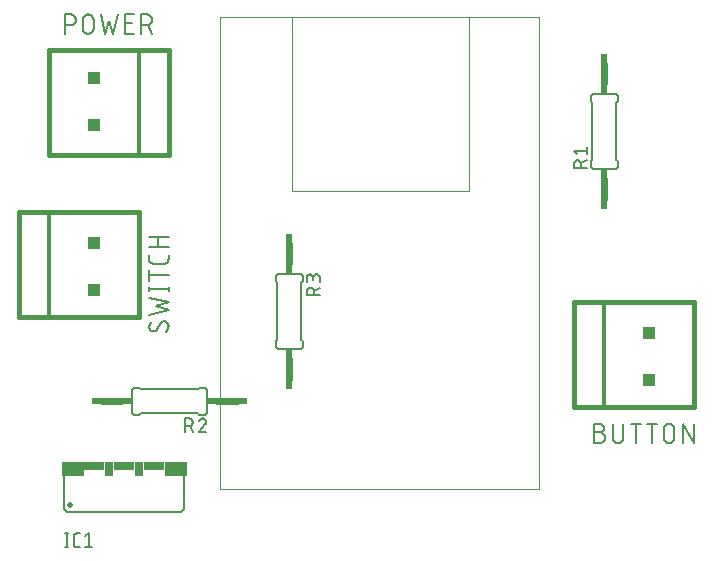
<source format=gbr>
G04 EAGLE Gerber RS-274X export*
G75*
%MOMM*%
%FSLAX34Y34*%
%LPD*%
%INSilkscreen Top*%
%IPPOS*%
%AMOC8*
5,1,8,0,0,1.08239X$1,22.5*%
G01*
%ADD10C,0.100000*%
%ADD11C,0.406400*%
%ADD12C,0.304800*%
%ADD13R,1.016000X1.016000*%
%ADD14C,0.152400*%
%ADD15C,0.508000*%
%ADD16R,1.906781X1.270419*%
%ADD17R,1.783309X0.763181*%
%ADD18R,0.764781X1.272141*%
%ADD19R,1.779569X0.763344*%
%ADD20R,0.761613X1.270559*%
%ADD21R,1.775409X0.763194*%
%ADD22R,1.900850X1.271541*%
%ADD23C,0.127000*%
%ADD24C,0.609600*%
%ADD25R,0.609600X0.863600*%
%ADD26R,0.863600X0.609600*%


D10*
X119000Y572900D02*
X389000Y572900D01*
X389000Y972900D01*
X119000Y972900D01*
X119000Y572900D01*
X179700Y825500D02*
X179700Y972900D01*
X329700Y972900D02*
X329700Y825500D01*
X179700Y825500D01*
D11*
X76200Y855980D02*
X50800Y855980D01*
X-25400Y855980D01*
X-25400Y944880D01*
X76200Y944880D02*
X76200Y855980D01*
D12*
X50800Y855980D02*
X50800Y944880D01*
D11*
X-25400Y944880D01*
X50800Y944880D02*
X76200Y944880D01*
D13*
X12700Y881888D03*
X12700Y921512D03*
D14*
X-11938Y958850D02*
X-11938Y975106D01*
X-7422Y975106D01*
X-7289Y975104D01*
X-7157Y975098D01*
X-7025Y975088D01*
X-6893Y975075D01*
X-6761Y975057D01*
X-6631Y975036D01*
X-6500Y975011D01*
X-6371Y974982D01*
X-6243Y974949D01*
X-6115Y974913D01*
X-5989Y974873D01*
X-5864Y974829D01*
X-5740Y974781D01*
X-5618Y974730D01*
X-5497Y974675D01*
X-5378Y974617D01*
X-5260Y974555D01*
X-5145Y974490D01*
X-5031Y974421D01*
X-4920Y974350D01*
X-4811Y974274D01*
X-4704Y974196D01*
X-4599Y974115D01*
X-4497Y974030D01*
X-4397Y973943D01*
X-4300Y973853D01*
X-4205Y973760D01*
X-4114Y973664D01*
X-4025Y973566D01*
X-3939Y973465D01*
X-3856Y973361D01*
X-3776Y973255D01*
X-3700Y973147D01*
X-3626Y973037D01*
X-3556Y972924D01*
X-3489Y972810D01*
X-3426Y972693D01*
X-3366Y972575D01*
X-3309Y972455D01*
X-3256Y972333D01*
X-3207Y972210D01*
X-3161Y972086D01*
X-3119Y971960D01*
X-3081Y971833D01*
X-3046Y971705D01*
X-3015Y971576D01*
X-2988Y971447D01*
X-2965Y971316D01*
X-2945Y971185D01*
X-2930Y971053D01*
X-2918Y970921D01*
X-2910Y970789D01*
X-2906Y970656D01*
X-2906Y970524D01*
X-2910Y970391D01*
X-2918Y970259D01*
X-2930Y970127D01*
X-2945Y969995D01*
X-2965Y969864D01*
X-2988Y969733D01*
X-3015Y969604D01*
X-3046Y969475D01*
X-3081Y969347D01*
X-3119Y969220D01*
X-3161Y969094D01*
X-3207Y968970D01*
X-3256Y968847D01*
X-3309Y968725D01*
X-3366Y968605D01*
X-3426Y968487D01*
X-3489Y968370D01*
X-3556Y968256D01*
X-3626Y968143D01*
X-3700Y968033D01*
X-3776Y967925D01*
X-3856Y967819D01*
X-3939Y967715D01*
X-4025Y967614D01*
X-4114Y967516D01*
X-4205Y967420D01*
X-4300Y967327D01*
X-4397Y967237D01*
X-4497Y967150D01*
X-4599Y967065D01*
X-4704Y966984D01*
X-4811Y966906D01*
X-4920Y966830D01*
X-5031Y966759D01*
X-5145Y966690D01*
X-5260Y966625D01*
X-5378Y966563D01*
X-5497Y966505D01*
X-5618Y966450D01*
X-5740Y966399D01*
X-5864Y966351D01*
X-5989Y966307D01*
X-6115Y966267D01*
X-6243Y966231D01*
X-6371Y966198D01*
X-6500Y966169D01*
X-6631Y966144D01*
X-6761Y966123D01*
X-6893Y966105D01*
X-7025Y966092D01*
X-7157Y966082D01*
X-7289Y966076D01*
X-7422Y966074D01*
X-7422Y966075D02*
X-11938Y966075D01*
X2961Y963366D02*
X2961Y970590D01*
X2963Y970723D01*
X2969Y970855D01*
X2979Y970987D01*
X2992Y971119D01*
X3010Y971251D01*
X3031Y971381D01*
X3056Y971512D01*
X3085Y971641D01*
X3118Y971769D01*
X3154Y971897D01*
X3194Y972023D01*
X3238Y972148D01*
X3286Y972272D01*
X3337Y972394D01*
X3392Y972515D01*
X3450Y972634D01*
X3512Y972752D01*
X3577Y972867D01*
X3646Y972981D01*
X3717Y973092D01*
X3793Y973201D01*
X3871Y973308D01*
X3952Y973413D01*
X4037Y973515D01*
X4124Y973615D01*
X4214Y973712D01*
X4307Y973807D01*
X4403Y973898D01*
X4501Y973987D01*
X4602Y974073D01*
X4706Y974156D01*
X4812Y974236D01*
X4920Y974312D01*
X5030Y974386D01*
X5143Y974456D01*
X5257Y974523D01*
X5374Y974586D01*
X5492Y974646D01*
X5612Y974703D01*
X5734Y974756D01*
X5857Y974805D01*
X5981Y974851D01*
X6107Y974893D01*
X6234Y974931D01*
X6362Y974966D01*
X6491Y974997D01*
X6620Y975024D01*
X6751Y975047D01*
X6882Y975067D01*
X7014Y975082D01*
X7146Y975094D01*
X7278Y975102D01*
X7411Y975106D01*
X7543Y975106D01*
X7676Y975102D01*
X7808Y975094D01*
X7940Y975082D01*
X8072Y975067D01*
X8203Y975047D01*
X8334Y975024D01*
X8463Y974997D01*
X8592Y974966D01*
X8720Y974931D01*
X8847Y974893D01*
X8973Y974851D01*
X9097Y974805D01*
X9220Y974756D01*
X9342Y974703D01*
X9462Y974646D01*
X9580Y974586D01*
X9697Y974523D01*
X9811Y974456D01*
X9924Y974386D01*
X10034Y974312D01*
X10142Y974236D01*
X10248Y974156D01*
X10352Y974073D01*
X10453Y973987D01*
X10551Y973898D01*
X10647Y973807D01*
X10740Y973712D01*
X10830Y973615D01*
X10917Y973515D01*
X11002Y973413D01*
X11083Y973308D01*
X11161Y973201D01*
X11237Y973092D01*
X11308Y972981D01*
X11377Y972867D01*
X11442Y972752D01*
X11504Y972634D01*
X11562Y972515D01*
X11617Y972394D01*
X11668Y972272D01*
X11716Y972148D01*
X11760Y972023D01*
X11800Y971897D01*
X11836Y971769D01*
X11869Y971641D01*
X11898Y971512D01*
X11923Y971381D01*
X11944Y971251D01*
X11962Y971119D01*
X11975Y970987D01*
X11985Y970855D01*
X11991Y970723D01*
X11993Y970590D01*
X11992Y970590D02*
X11992Y963366D01*
X11993Y963366D02*
X11991Y963233D01*
X11985Y963101D01*
X11975Y962969D01*
X11962Y962837D01*
X11944Y962705D01*
X11923Y962575D01*
X11898Y962444D01*
X11869Y962315D01*
X11836Y962187D01*
X11800Y962059D01*
X11760Y961933D01*
X11716Y961808D01*
X11668Y961684D01*
X11617Y961562D01*
X11562Y961441D01*
X11504Y961322D01*
X11442Y961204D01*
X11377Y961089D01*
X11308Y960975D01*
X11237Y960864D01*
X11161Y960755D01*
X11083Y960648D01*
X11002Y960543D01*
X10917Y960441D01*
X10830Y960341D01*
X10740Y960244D01*
X10647Y960149D01*
X10551Y960058D01*
X10453Y959969D01*
X10352Y959883D01*
X10248Y959800D01*
X10142Y959720D01*
X10034Y959644D01*
X9924Y959570D01*
X9811Y959500D01*
X9697Y959433D01*
X9580Y959370D01*
X9462Y959310D01*
X9342Y959253D01*
X9220Y959200D01*
X9097Y959151D01*
X8973Y959105D01*
X8847Y959063D01*
X8720Y959025D01*
X8592Y958990D01*
X8463Y958959D01*
X8334Y958932D01*
X8203Y958909D01*
X8072Y958889D01*
X7940Y958874D01*
X7808Y958862D01*
X7676Y958854D01*
X7543Y958850D01*
X7411Y958850D01*
X7278Y958854D01*
X7146Y958862D01*
X7014Y958874D01*
X6882Y958889D01*
X6751Y958909D01*
X6620Y958932D01*
X6491Y958959D01*
X6362Y958990D01*
X6234Y959025D01*
X6107Y959063D01*
X5981Y959105D01*
X5857Y959151D01*
X5734Y959200D01*
X5612Y959253D01*
X5492Y959310D01*
X5374Y959370D01*
X5257Y959433D01*
X5143Y959500D01*
X5030Y959570D01*
X4920Y959644D01*
X4812Y959720D01*
X4706Y959800D01*
X4602Y959883D01*
X4501Y959969D01*
X4403Y960058D01*
X4307Y960149D01*
X4214Y960244D01*
X4124Y960341D01*
X4037Y960441D01*
X3952Y960543D01*
X3871Y960648D01*
X3793Y960755D01*
X3717Y960864D01*
X3646Y960975D01*
X3577Y961089D01*
X3512Y961204D01*
X3450Y961322D01*
X3392Y961441D01*
X3337Y961562D01*
X3286Y961684D01*
X3238Y961808D01*
X3194Y961933D01*
X3154Y962059D01*
X3118Y962187D01*
X3085Y962315D01*
X3056Y962444D01*
X3031Y962575D01*
X3010Y962705D01*
X2992Y962837D01*
X2979Y962969D01*
X2969Y963101D01*
X2963Y963233D01*
X2961Y963366D01*
X17967Y975106D02*
X21580Y958850D01*
X25192Y969687D01*
X28805Y958850D01*
X32417Y975106D01*
X38943Y958850D02*
X46168Y958850D01*
X38943Y958850D02*
X38943Y975106D01*
X46168Y975106D01*
X44362Y967881D02*
X38943Y967881D01*
X52552Y975106D02*
X52552Y958850D01*
X52552Y975106D02*
X57067Y975106D01*
X57200Y975104D01*
X57332Y975098D01*
X57464Y975088D01*
X57596Y975075D01*
X57728Y975057D01*
X57858Y975036D01*
X57989Y975011D01*
X58118Y974982D01*
X58246Y974949D01*
X58374Y974913D01*
X58500Y974873D01*
X58625Y974829D01*
X58749Y974781D01*
X58871Y974730D01*
X58992Y974675D01*
X59111Y974617D01*
X59229Y974555D01*
X59344Y974490D01*
X59458Y974421D01*
X59569Y974350D01*
X59678Y974274D01*
X59785Y974196D01*
X59890Y974115D01*
X59992Y974030D01*
X60092Y973943D01*
X60189Y973853D01*
X60284Y973760D01*
X60375Y973664D01*
X60464Y973566D01*
X60550Y973465D01*
X60633Y973361D01*
X60713Y973255D01*
X60789Y973147D01*
X60863Y973037D01*
X60933Y972924D01*
X61000Y972810D01*
X61063Y972693D01*
X61123Y972575D01*
X61180Y972455D01*
X61233Y972333D01*
X61282Y972210D01*
X61328Y972086D01*
X61370Y971960D01*
X61408Y971833D01*
X61443Y971705D01*
X61474Y971576D01*
X61501Y971447D01*
X61524Y971316D01*
X61544Y971185D01*
X61559Y971053D01*
X61571Y970921D01*
X61579Y970789D01*
X61583Y970656D01*
X61583Y970524D01*
X61579Y970391D01*
X61571Y970259D01*
X61559Y970127D01*
X61544Y969995D01*
X61524Y969864D01*
X61501Y969733D01*
X61474Y969604D01*
X61443Y969475D01*
X61408Y969347D01*
X61370Y969220D01*
X61328Y969094D01*
X61282Y968970D01*
X61233Y968847D01*
X61180Y968725D01*
X61123Y968605D01*
X61063Y968487D01*
X61000Y968370D01*
X60933Y968256D01*
X60863Y968143D01*
X60789Y968033D01*
X60713Y967925D01*
X60633Y967819D01*
X60550Y967715D01*
X60464Y967614D01*
X60375Y967516D01*
X60284Y967420D01*
X60189Y967327D01*
X60092Y967237D01*
X59992Y967150D01*
X59890Y967065D01*
X59785Y966984D01*
X59678Y966906D01*
X59569Y966830D01*
X59458Y966759D01*
X59344Y966690D01*
X59229Y966625D01*
X59111Y966563D01*
X58992Y966505D01*
X58871Y966450D01*
X58749Y966399D01*
X58625Y966351D01*
X58500Y966307D01*
X58374Y966267D01*
X58246Y966231D01*
X58118Y966198D01*
X57989Y966169D01*
X57858Y966144D01*
X57728Y966123D01*
X57596Y966105D01*
X57464Y966092D01*
X57332Y966082D01*
X57200Y966076D01*
X57067Y966074D01*
X57067Y966075D02*
X52552Y966075D01*
X57970Y966075D02*
X61583Y958850D01*
D11*
X419100Y731520D02*
X444500Y731520D01*
X520700Y731520D01*
X520700Y642620D01*
X419100Y642620D02*
X419100Y731520D01*
D12*
X444500Y731520D02*
X444500Y642620D01*
D11*
X520700Y642620D01*
X444500Y642620D02*
X419100Y642620D01*
D13*
X482600Y705612D03*
X482600Y665988D03*
D14*
X440603Y621425D02*
X436088Y621425D01*
X440603Y621426D02*
X440736Y621424D01*
X440868Y621418D01*
X441000Y621408D01*
X441132Y621395D01*
X441264Y621377D01*
X441394Y621356D01*
X441525Y621331D01*
X441654Y621302D01*
X441782Y621269D01*
X441910Y621233D01*
X442036Y621193D01*
X442161Y621149D01*
X442285Y621101D01*
X442407Y621050D01*
X442528Y620995D01*
X442647Y620937D01*
X442765Y620875D01*
X442880Y620810D01*
X442994Y620741D01*
X443105Y620670D01*
X443214Y620594D01*
X443321Y620516D01*
X443426Y620435D01*
X443528Y620350D01*
X443628Y620263D01*
X443725Y620173D01*
X443820Y620080D01*
X443911Y619984D01*
X444000Y619886D01*
X444086Y619785D01*
X444169Y619681D01*
X444249Y619575D01*
X444325Y619467D01*
X444399Y619357D01*
X444469Y619244D01*
X444536Y619130D01*
X444599Y619013D01*
X444659Y618895D01*
X444716Y618775D01*
X444769Y618653D01*
X444818Y618530D01*
X444864Y618406D01*
X444906Y618280D01*
X444944Y618153D01*
X444979Y618025D01*
X445010Y617896D01*
X445037Y617767D01*
X445060Y617636D01*
X445080Y617505D01*
X445095Y617373D01*
X445107Y617241D01*
X445115Y617109D01*
X445119Y616976D01*
X445119Y616844D01*
X445115Y616711D01*
X445107Y616579D01*
X445095Y616447D01*
X445080Y616315D01*
X445060Y616184D01*
X445037Y616053D01*
X445010Y615924D01*
X444979Y615795D01*
X444944Y615667D01*
X444906Y615540D01*
X444864Y615414D01*
X444818Y615290D01*
X444769Y615167D01*
X444716Y615045D01*
X444659Y614925D01*
X444599Y614807D01*
X444536Y614690D01*
X444469Y614576D01*
X444399Y614463D01*
X444325Y614353D01*
X444249Y614245D01*
X444169Y614139D01*
X444086Y614035D01*
X444000Y613934D01*
X443911Y613836D01*
X443820Y613740D01*
X443725Y613647D01*
X443628Y613557D01*
X443528Y613470D01*
X443426Y613385D01*
X443321Y613304D01*
X443214Y613226D01*
X443105Y613150D01*
X442994Y613079D01*
X442880Y613010D01*
X442765Y612945D01*
X442647Y612883D01*
X442528Y612825D01*
X442407Y612770D01*
X442285Y612719D01*
X442161Y612671D01*
X442036Y612627D01*
X441910Y612587D01*
X441782Y612551D01*
X441654Y612518D01*
X441525Y612489D01*
X441394Y612464D01*
X441264Y612443D01*
X441132Y612425D01*
X441000Y612412D01*
X440868Y612402D01*
X440736Y612396D01*
X440603Y612394D01*
X436088Y612394D01*
X436088Y628650D01*
X440603Y628650D01*
X440722Y628648D01*
X440842Y628642D01*
X440961Y628632D01*
X441079Y628618D01*
X441198Y628601D01*
X441315Y628579D01*
X441432Y628554D01*
X441547Y628524D01*
X441662Y628491D01*
X441776Y628454D01*
X441888Y628414D01*
X441999Y628369D01*
X442108Y628321D01*
X442216Y628270D01*
X442322Y628215D01*
X442426Y628156D01*
X442528Y628094D01*
X442628Y628029D01*
X442726Y627960D01*
X442822Y627888D01*
X442915Y627813D01*
X443005Y627736D01*
X443093Y627655D01*
X443178Y627571D01*
X443260Y627484D01*
X443340Y627395D01*
X443416Y627303D01*
X443490Y627209D01*
X443560Y627112D01*
X443627Y627014D01*
X443691Y626913D01*
X443751Y626809D01*
X443808Y626704D01*
X443861Y626597D01*
X443911Y626489D01*
X443957Y626379D01*
X443999Y626267D01*
X444038Y626154D01*
X444073Y626040D01*
X444104Y625925D01*
X444132Y625808D01*
X444155Y625691D01*
X444175Y625574D01*
X444191Y625455D01*
X444203Y625336D01*
X444211Y625217D01*
X444215Y625098D01*
X444215Y624978D01*
X444211Y624859D01*
X444203Y624740D01*
X444191Y624621D01*
X444175Y624502D01*
X444155Y624385D01*
X444132Y624268D01*
X444104Y624151D01*
X444073Y624036D01*
X444038Y623922D01*
X443999Y623809D01*
X443957Y623697D01*
X443911Y623587D01*
X443861Y623479D01*
X443808Y623372D01*
X443751Y623267D01*
X443691Y623163D01*
X443627Y623062D01*
X443560Y622964D01*
X443490Y622867D01*
X443416Y622773D01*
X443340Y622681D01*
X443260Y622592D01*
X443178Y622505D01*
X443093Y622421D01*
X443005Y622340D01*
X442915Y622263D01*
X442822Y622188D01*
X442726Y622116D01*
X442628Y622047D01*
X442528Y621982D01*
X442426Y621920D01*
X442322Y621861D01*
X442216Y621806D01*
X442108Y621755D01*
X441999Y621707D01*
X441888Y621662D01*
X441776Y621622D01*
X441662Y621585D01*
X441547Y621552D01*
X441432Y621522D01*
X441315Y621497D01*
X441198Y621475D01*
X441079Y621458D01*
X440961Y621444D01*
X440842Y621434D01*
X440722Y621428D01*
X440603Y621426D01*
X451508Y616910D02*
X451508Y628650D01*
X451508Y616910D02*
X451510Y616777D01*
X451516Y616645D01*
X451526Y616513D01*
X451539Y616381D01*
X451557Y616249D01*
X451578Y616119D01*
X451603Y615988D01*
X451632Y615859D01*
X451665Y615731D01*
X451701Y615603D01*
X451741Y615477D01*
X451785Y615352D01*
X451833Y615228D01*
X451884Y615106D01*
X451939Y614985D01*
X451997Y614866D01*
X452059Y614748D01*
X452124Y614633D01*
X452193Y614519D01*
X452264Y614408D01*
X452340Y614299D01*
X452418Y614192D01*
X452499Y614087D01*
X452584Y613985D01*
X452671Y613885D01*
X452761Y613788D01*
X452854Y613693D01*
X452950Y613602D01*
X453048Y613513D01*
X453149Y613427D01*
X453253Y613344D01*
X453359Y613264D01*
X453467Y613188D01*
X453577Y613114D01*
X453690Y613044D01*
X453804Y612977D01*
X453921Y612914D01*
X454039Y612854D01*
X454159Y612797D01*
X454281Y612744D01*
X454404Y612695D01*
X454528Y612649D01*
X454654Y612607D01*
X454781Y612569D01*
X454909Y612534D01*
X455038Y612503D01*
X455167Y612476D01*
X455298Y612453D01*
X455429Y612433D01*
X455561Y612418D01*
X455693Y612406D01*
X455825Y612398D01*
X455958Y612394D01*
X456090Y612394D01*
X456223Y612398D01*
X456355Y612406D01*
X456487Y612418D01*
X456619Y612433D01*
X456750Y612453D01*
X456881Y612476D01*
X457010Y612503D01*
X457139Y612534D01*
X457267Y612569D01*
X457394Y612607D01*
X457520Y612649D01*
X457644Y612695D01*
X457767Y612744D01*
X457889Y612797D01*
X458009Y612854D01*
X458127Y612914D01*
X458244Y612977D01*
X458358Y613044D01*
X458471Y613114D01*
X458581Y613188D01*
X458689Y613264D01*
X458795Y613344D01*
X458899Y613427D01*
X459000Y613513D01*
X459098Y613602D01*
X459194Y613693D01*
X459287Y613788D01*
X459377Y613885D01*
X459464Y613985D01*
X459549Y614087D01*
X459630Y614192D01*
X459708Y614299D01*
X459784Y614408D01*
X459855Y614519D01*
X459924Y614633D01*
X459989Y614748D01*
X460051Y614866D01*
X460109Y614985D01*
X460164Y615106D01*
X460215Y615228D01*
X460263Y615352D01*
X460307Y615477D01*
X460347Y615603D01*
X460383Y615731D01*
X460416Y615859D01*
X460445Y615988D01*
X460470Y616119D01*
X460491Y616249D01*
X460509Y616381D01*
X460522Y616513D01*
X460532Y616645D01*
X460538Y616777D01*
X460540Y616910D01*
X460539Y616910D02*
X460539Y628650D01*
X471134Y628650D02*
X471134Y612394D01*
X466618Y628650D02*
X475649Y628650D01*
X484681Y628650D02*
X484681Y612394D01*
X480165Y628650D02*
X489197Y628650D01*
X494755Y624134D02*
X494755Y616910D01*
X494754Y624134D02*
X494756Y624267D01*
X494762Y624399D01*
X494772Y624531D01*
X494785Y624663D01*
X494803Y624795D01*
X494824Y624925D01*
X494849Y625056D01*
X494878Y625185D01*
X494911Y625313D01*
X494947Y625441D01*
X494987Y625567D01*
X495031Y625692D01*
X495079Y625816D01*
X495130Y625938D01*
X495185Y626059D01*
X495243Y626178D01*
X495305Y626296D01*
X495370Y626411D01*
X495439Y626525D01*
X495510Y626636D01*
X495586Y626745D01*
X495664Y626852D01*
X495745Y626957D01*
X495830Y627059D01*
X495917Y627159D01*
X496007Y627256D01*
X496100Y627351D01*
X496196Y627442D01*
X496294Y627531D01*
X496395Y627617D01*
X496499Y627700D01*
X496605Y627780D01*
X496713Y627856D01*
X496823Y627930D01*
X496936Y628000D01*
X497050Y628067D01*
X497167Y628130D01*
X497285Y628190D01*
X497405Y628247D01*
X497527Y628300D01*
X497650Y628349D01*
X497774Y628395D01*
X497900Y628437D01*
X498027Y628475D01*
X498155Y628510D01*
X498284Y628541D01*
X498413Y628568D01*
X498544Y628591D01*
X498675Y628611D01*
X498807Y628626D01*
X498939Y628638D01*
X499071Y628646D01*
X499204Y628650D01*
X499336Y628650D01*
X499469Y628646D01*
X499601Y628638D01*
X499733Y628626D01*
X499865Y628611D01*
X499996Y628591D01*
X500127Y628568D01*
X500256Y628541D01*
X500385Y628510D01*
X500513Y628475D01*
X500640Y628437D01*
X500766Y628395D01*
X500890Y628349D01*
X501013Y628300D01*
X501135Y628247D01*
X501255Y628190D01*
X501373Y628130D01*
X501490Y628067D01*
X501604Y628000D01*
X501717Y627930D01*
X501827Y627856D01*
X501935Y627780D01*
X502041Y627700D01*
X502145Y627617D01*
X502246Y627531D01*
X502344Y627442D01*
X502440Y627351D01*
X502533Y627256D01*
X502623Y627159D01*
X502710Y627059D01*
X502795Y626957D01*
X502876Y626852D01*
X502954Y626745D01*
X503030Y626636D01*
X503101Y626525D01*
X503170Y626411D01*
X503235Y626296D01*
X503297Y626178D01*
X503355Y626059D01*
X503410Y625938D01*
X503461Y625816D01*
X503509Y625692D01*
X503553Y625567D01*
X503593Y625441D01*
X503629Y625313D01*
X503662Y625185D01*
X503691Y625056D01*
X503716Y624925D01*
X503737Y624795D01*
X503755Y624663D01*
X503768Y624531D01*
X503778Y624399D01*
X503784Y624267D01*
X503786Y624134D01*
X503786Y616910D01*
X503784Y616777D01*
X503778Y616645D01*
X503768Y616513D01*
X503755Y616381D01*
X503737Y616249D01*
X503716Y616119D01*
X503691Y615988D01*
X503662Y615859D01*
X503629Y615731D01*
X503593Y615603D01*
X503553Y615477D01*
X503509Y615352D01*
X503461Y615228D01*
X503410Y615106D01*
X503355Y614985D01*
X503297Y614866D01*
X503235Y614748D01*
X503170Y614633D01*
X503101Y614519D01*
X503030Y614408D01*
X502954Y614299D01*
X502876Y614192D01*
X502795Y614087D01*
X502710Y613985D01*
X502623Y613885D01*
X502533Y613788D01*
X502440Y613693D01*
X502344Y613602D01*
X502246Y613513D01*
X502145Y613427D01*
X502041Y613344D01*
X501935Y613264D01*
X501827Y613188D01*
X501717Y613114D01*
X501604Y613044D01*
X501490Y612977D01*
X501373Y612914D01*
X501255Y612854D01*
X501135Y612797D01*
X501013Y612744D01*
X500890Y612695D01*
X500766Y612649D01*
X500640Y612607D01*
X500513Y612569D01*
X500385Y612534D01*
X500256Y612503D01*
X500127Y612476D01*
X499996Y612453D01*
X499865Y612433D01*
X499733Y612418D01*
X499601Y612406D01*
X499469Y612398D01*
X499336Y612394D01*
X499204Y612394D01*
X499071Y612398D01*
X498939Y612406D01*
X498807Y612418D01*
X498675Y612433D01*
X498544Y612453D01*
X498413Y612476D01*
X498284Y612503D01*
X498155Y612534D01*
X498027Y612569D01*
X497900Y612607D01*
X497774Y612649D01*
X497650Y612695D01*
X497527Y612744D01*
X497405Y612797D01*
X497285Y612854D01*
X497167Y612914D01*
X497050Y612977D01*
X496936Y613044D01*
X496823Y613114D01*
X496713Y613188D01*
X496605Y613264D01*
X496499Y613344D01*
X496395Y613427D01*
X496294Y613513D01*
X496196Y613602D01*
X496100Y613693D01*
X496007Y613788D01*
X495917Y613885D01*
X495830Y613985D01*
X495745Y614087D01*
X495664Y614192D01*
X495586Y614299D01*
X495510Y614408D01*
X495439Y614519D01*
X495370Y614633D01*
X495305Y614748D01*
X495243Y614866D01*
X495185Y614985D01*
X495130Y615106D01*
X495079Y615228D01*
X495031Y615352D01*
X494987Y615477D01*
X494947Y615603D01*
X494911Y615731D01*
X494878Y615859D01*
X494849Y615988D01*
X494824Y616119D01*
X494803Y616249D01*
X494785Y616381D01*
X494772Y616513D01*
X494762Y616645D01*
X494756Y616777D01*
X494754Y616910D01*
X510907Y612394D02*
X510907Y628650D01*
X519938Y612394D01*
X519938Y628650D01*
X88900Y556260D02*
X86360Y553720D01*
X-10160Y553720D01*
X-12700Y556260D01*
X88900Y556260D02*
X88900Y585470D01*
X-12700Y585470D02*
X-12700Y556260D01*
D15*
X-8128Y559816D03*
D16*
X-5724Y590548D03*
D17*
X12673Y593084D03*
D18*
X25386Y590539D03*
D19*
X38092Y593083D03*
D20*
X50802Y590547D03*
D21*
X63513Y593084D03*
D22*
X81936Y590542D03*
D23*
X-10888Y535723D02*
X-10888Y524269D01*
X-12161Y524269D02*
X-9615Y524269D01*
X-9615Y535723D02*
X-12161Y535723D01*
X-2400Y524269D02*
X145Y524269D01*
X-2400Y524270D02*
X-2500Y524272D01*
X-2600Y524278D01*
X-2699Y524288D01*
X-2798Y524301D01*
X-2897Y524319D01*
X-2994Y524340D01*
X-3091Y524366D01*
X-3186Y524395D01*
X-3281Y524427D01*
X-3374Y524464D01*
X-3465Y524504D01*
X-3555Y524547D01*
X-3644Y524594D01*
X-3730Y524645D01*
X-3814Y524699D01*
X-3896Y524756D01*
X-3976Y524816D01*
X-4053Y524880D01*
X-4128Y524946D01*
X-4200Y525015D01*
X-4269Y525087D01*
X-4335Y525162D01*
X-4399Y525239D01*
X-4459Y525319D01*
X-4516Y525401D01*
X-4570Y525485D01*
X-4621Y525571D01*
X-4668Y525660D01*
X-4711Y525750D01*
X-4751Y525841D01*
X-4788Y525934D01*
X-4820Y526029D01*
X-4849Y526124D01*
X-4875Y526221D01*
X-4896Y526318D01*
X-4914Y526417D01*
X-4927Y526516D01*
X-4937Y526615D01*
X-4943Y526715D01*
X-4945Y526815D01*
X-4946Y526815D02*
X-4946Y533178D01*
X-4945Y533178D02*
X-4943Y533278D01*
X-4937Y533378D01*
X-4927Y533477D01*
X-4914Y533576D01*
X-4896Y533675D01*
X-4875Y533772D01*
X-4849Y533869D01*
X-4820Y533964D01*
X-4788Y534059D01*
X-4751Y534152D01*
X-4711Y534243D01*
X-4668Y534333D01*
X-4621Y534422D01*
X-4570Y534508D01*
X-4516Y534592D01*
X-4459Y534674D01*
X-4399Y534754D01*
X-4335Y534831D01*
X-4269Y534906D01*
X-4200Y534978D01*
X-4128Y535047D01*
X-4053Y535113D01*
X-3976Y535177D01*
X-3896Y535237D01*
X-3814Y535294D01*
X-3730Y535348D01*
X-3644Y535399D01*
X-3555Y535446D01*
X-3465Y535489D01*
X-3374Y535529D01*
X-3281Y535566D01*
X-3186Y535598D01*
X-3091Y535627D01*
X-2994Y535653D01*
X-2897Y535674D01*
X-2798Y535692D01*
X-2699Y535705D01*
X-2600Y535715D01*
X-2500Y535721D01*
X-2400Y535723D01*
X145Y535723D01*
X4635Y533178D02*
X7816Y535723D01*
X7816Y524269D01*
X4635Y524269D02*
X10998Y524269D01*
D11*
X-25400Y807720D02*
X-50800Y807720D01*
X-25400Y807720D02*
X50800Y807720D01*
X50800Y718820D01*
X-50800Y718820D02*
X-50800Y807720D01*
D12*
X-25400Y807720D02*
X-25400Y718820D01*
D11*
X50800Y718820D01*
X-25400Y718820D02*
X-50800Y718820D01*
D13*
X12700Y781812D03*
X12700Y742188D03*
D14*
X71826Y715405D02*
X71944Y715403D01*
X72062Y715397D01*
X72180Y715388D01*
X72297Y715374D01*
X72414Y715357D01*
X72531Y715336D01*
X72646Y715311D01*
X72761Y715282D01*
X72875Y715249D01*
X72987Y715213D01*
X73098Y715173D01*
X73208Y715130D01*
X73317Y715083D01*
X73424Y715033D01*
X73529Y714978D01*
X73632Y714921D01*
X73733Y714860D01*
X73833Y714796D01*
X73930Y714729D01*
X74025Y714659D01*
X74117Y714585D01*
X74208Y714509D01*
X74295Y714429D01*
X74380Y714347D01*
X74462Y714262D01*
X74542Y714175D01*
X74618Y714084D01*
X74692Y713992D01*
X74762Y713897D01*
X74829Y713800D01*
X74893Y713700D01*
X74954Y713599D01*
X75011Y713496D01*
X75066Y713391D01*
X75116Y713284D01*
X75163Y713175D01*
X75206Y713065D01*
X75246Y712954D01*
X75282Y712842D01*
X75315Y712728D01*
X75344Y712613D01*
X75369Y712498D01*
X75390Y712381D01*
X75407Y712264D01*
X75421Y712147D01*
X75430Y712029D01*
X75436Y711911D01*
X75438Y711793D01*
X75436Y711610D01*
X75429Y711428D01*
X75418Y711246D01*
X75403Y711064D01*
X75383Y710882D01*
X75360Y710701D01*
X75331Y710521D01*
X75299Y710341D01*
X75262Y710162D01*
X75221Y709985D01*
X75175Y709808D01*
X75126Y709632D01*
X75072Y709458D01*
X75014Y709284D01*
X74952Y709113D01*
X74886Y708943D01*
X74815Y708774D01*
X74741Y708607D01*
X74663Y708442D01*
X74581Y708279D01*
X74495Y708118D01*
X74405Y707959D01*
X74311Y707802D01*
X74214Y707648D01*
X74113Y707496D01*
X74008Y707346D01*
X73900Y707199D01*
X73789Y707055D01*
X73674Y706913D01*
X73555Y706774D01*
X73433Y706638D01*
X73308Y706505D01*
X73180Y706375D01*
X62794Y706826D02*
X62676Y706828D01*
X62558Y706834D01*
X62440Y706843D01*
X62323Y706857D01*
X62206Y706874D01*
X62089Y706895D01*
X61974Y706920D01*
X61859Y706949D01*
X61745Y706982D01*
X61633Y707018D01*
X61522Y707058D01*
X61412Y707101D01*
X61303Y707148D01*
X61196Y707198D01*
X61091Y707253D01*
X60988Y707310D01*
X60887Y707371D01*
X60787Y707435D01*
X60690Y707502D01*
X60595Y707572D01*
X60503Y707646D01*
X60412Y707722D01*
X60325Y707802D01*
X60240Y707884D01*
X60158Y707969D01*
X60078Y708056D01*
X60002Y708147D01*
X59928Y708239D01*
X59858Y708334D01*
X59791Y708431D01*
X59727Y708531D01*
X59666Y708632D01*
X59609Y708735D01*
X59554Y708840D01*
X59504Y708947D01*
X59457Y709056D01*
X59414Y709166D01*
X59374Y709277D01*
X59338Y709389D01*
X59305Y709503D01*
X59276Y709618D01*
X59251Y709733D01*
X59230Y709850D01*
X59213Y709967D01*
X59199Y710084D01*
X59190Y710202D01*
X59184Y710320D01*
X59182Y710438D01*
X59184Y710599D01*
X59190Y710761D01*
X59199Y710922D01*
X59213Y711083D01*
X59230Y711243D01*
X59251Y711403D01*
X59276Y711563D01*
X59305Y711722D01*
X59337Y711880D01*
X59373Y712037D01*
X59413Y712193D01*
X59457Y712349D01*
X59505Y712503D01*
X59556Y712656D01*
X59610Y712808D01*
X59669Y712959D01*
X59730Y713108D01*
X59796Y713255D01*
X59865Y713401D01*
X59937Y713546D01*
X60013Y713688D01*
X60092Y713829D01*
X60174Y713968D01*
X60260Y714104D01*
X60349Y714239D01*
X60441Y714372D01*
X60537Y714502D01*
X65955Y708631D02*
X65893Y708530D01*
X65828Y708430D01*
X65759Y708333D01*
X65687Y708238D01*
X65613Y708145D01*
X65535Y708055D01*
X65454Y707967D01*
X65371Y707882D01*
X65285Y707800D01*
X65196Y707721D01*
X65105Y707644D01*
X65011Y707571D01*
X64915Y707500D01*
X64817Y707433D01*
X64717Y707369D01*
X64614Y707308D01*
X64510Y707251D01*
X64404Y707197D01*
X64296Y707147D01*
X64187Y707100D01*
X64076Y707056D01*
X63964Y707016D01*
X63850Y706980D01*
X63736Y706948D01*
X63620Y706919D01*
X63504Y706894D01*
X63387Y706873D01*
X63269Y706856D01*
X63151Y706842D01*
X63032Y706833D01*
X62913Y706827D01*
X62794Y706825D01*
X68665Y713599D02*
X68727Y713700D01*
X68792Y713800D01*
X68861Y713897D01*
X68933Y713992D01*
X69007Y714085D01*
X69085Y714175D01*
X69166Y714263D01*
X69249Y714348D01*
X69335Y714430D01*
X69424Y714509D01*
X69515Y714586D01*
X69609Y714659D01*
X69705Y714730D01*
X69803Y714797D01*
X69903Y714861D01*
X70006Y714922D01*
X70110Y714979D01*
X70216Y715033D01*
X70324Y715083D01*
X70433Y715130D01*
X70544Y715174D01*
X70656Y715214D01*
X70770Y715250D01*
X70884Y715282D01*
X71000Y715311D01*
X71116Y715336D01*
X71233Y715357D01*
X71351Y715374D01*
X71469Y715388D01*
X71588Y715397D01*
X71707Y715403D01*
X71826Y715405D01*
X68665Y713599D02*
X65955Y708632D01*
X59182Y720859D02*
X75438Y724471D01*
X64601Y728084D01*
X75438Y731696D01*
X59182Y735309D01*
X59182Y742673D02*
X75438Y742673D01*
X75438Y740867D02*
X75438Y744479D01*
X59182Y744479D02*
X59182Y740867D01*
X59182Y754136D02*
X75438Y754136D01*
X59182Y749620D02*
X59182Y758651D01*
X75438Y767782D02*
X75438Y771395D01*
X75438Y767782D02*
X75436Y767664D01*
X75430Y767546D01*
X75421Y767428D01*
X75407Y767311D01*
X75390Y767194D01*
X75369Y767077D01*
X75344Y766962D01*
X75315Y766847D01*
X75282Y766733D01*
X75246Y766621D01*
X75206Y766510D01*
X75163Y766400D01*
X75116Y766291D01*
X75066Y766184D01*
X75011Y766079D01*
X74954Y765976D01*
X74893Y765875D01*
X74829Y765775D01*
X74762Y765678D01*
X74692Y765583D01*
X74618Y765491D01*
X74542Y765400D01*
X74462Y765313D01*
X74380Y765228D01*
X74295Y765146D01*
X74208Y765066D01*
X74117Y764990D01*
X74025Y764916D01*
X73930Y764846D01*
X73833Y764779D01*
X73733Y764715D01*
X73632Y764654D01*
X73529Y764597D01*
X73424Y764542D01*
X73317Y764492D01*
X73208Y764445D01*
X73098Y764402D01*
X72987Y764362D01*
X72875Y764326D01*
X72761Y764293D01*
X72646Y764264D01*
X72531Y764239D01*
X72414Y764218D01*
X72297Y764201D01*
X72180Y764187D01*
X72062Y764178D01*
X71944Y764172D01*
X71826Y764170D01*
X62794Y764170D01*
X62676Y764172D01*
X62558Y764178D01*
X62440Y764187D01*
X62322Y764201D01*
X62205Y764218D01*
X62089Y764239D01*
X61974Y764264D01*
X61859Y764293D01*
X61745Y764326D01*
X61633Y764362D01*
X61521Y764402D01*
X61411Y764445D01*
X61303Y764492D01*
X61196Y764543D01*
X61091Y764597D01*
X60988Y764654D01*
X60886Y764715D01*
X60787Y764779D01*
X60690Y764846D01*
X60595Y764917D01*
X60502Y764990D01*
X60412Y765067D01*
X60324Y765146D01*
X60239Y765228D01*
X60157Y765313D01*
X60078Y765401D01*
X60001Y765491D01*
X59928Y765584D01*
X59857Y765678D01*
X59790Y765776D01*
X59726Y765875D01*
X59665Y765976D01*
X59608Y766080D01*
X59554Y766185D01*
X59503Y766292D01*
X59456Y766400D01*
X59413Y766510D01*
X59373Y766622D01*
X59337Y766734D01*
X59304Y766848D01*
X59275Y766963D01*
X59250Y767078D01*
X59229Y767194D01*
X59212Y767311D01*
X59198Y767429D01*
X59189Y767547D01*
X59183Y767665D01*
X59181Y767783D01*
X59182Y767782D02*
X59182Y771395D01*
X59182Y777757D02*
X75438Y777757D01*
X66407Y777757D02*
X66407Y786788D01*
X59182Y786788D02*
X75438Y786788D01*
X433070Y847090D02*
X433072Y846990D01*
X433078Y846891D01*
X433088Y846791D01*
X433101Y846693D01*
X433119Y846594D01*
X433140Y846497D01*
X433165Y846401D01*
X433194Y846305D01*
X433227Y846211D01*
X433263Y846118D01*
X433303Y846027D01*
X433347Y845937D01*
X433394Y845849D01*
X433444Y845763D01*
X433498Y845679D01*
X433555Y845597D01*
X433615Y845518D01*
X433679Y845440D01*
X433745Y845366D01*
X433814Y845294D01*
X433886Y845225D01*
X433960Y845159D01*
X434038Y845095D01*
X434117Y845035D01*
X434199Y844978D01*
X434283Y844924D01*
X434369Y844874D01*
X434457Y844827D01*
X434547Y844783D01*
X434638Y844743D01*
X434731Y844707D01*
X434825Y844674D01*
X434921Y844645D01*
X435017Y844620D01*
X435114Y844599D01*
X435213Y844581D01*
X435311Y844568D01*
X435411Y844558D01*
X435510Y844552D01*
X435610Y844550D01*
X453390Y844550D02*
X453490Y844552D01*
X453589Y844558D01*
X453689Y844568D01*
X453787Y844581D01*
X453886Y844599D01*
X453983Y844620D01*
X454079Y844645D01*
X454175Y844674D01*
X454269Y844707D01*
X454362Y844743D01*
X454453Y844783D01*
X454543Y844827D01*
X454631Y844874D01*
X454717Y844924D01*
X454801Y844978D01*
X454883Y845035D01*
X454962Y845095D01*
X455040Y845159D01*
X455114Y845225D01*
X455186Y845294D01*
X455255Y845366D01*
X455321Y845440D01*
X455385Y845518D01*
X455445Y845597D01*
X455502Y845679D01*
X455556Y845763D01*
X455606Y845849D01*
X455653Y845937D01*
X455697Y846027D01*
X455737Y846118D01*
X455773Y846211D01*
X455806Y846305D01*
X455835Y846401D01*
X455860Y846497D01*
X455881Y846594D01*
X455899Y846693D01*
X455912Y846791D01*
X455922Y846891D01*
X455928Y846990D01*
X455930Y847090D01*
X455930Y905510D02*
X455928Y905610D01*
X455922Y905709D01*
X455912Y905809D01*
X455899Y905907D01*
X455881Y906006D01*
X455860Y906103D01*
X455835Y906199D01*
X455806Y906295D01*
X455773Y906389D01*
X455737Y906482D01*
X455697Y906573D01*
X455653Y906663D01*
X455606Y906751D01*
X455556Y906837D01*
X455502Y906921D01*
X455445Y907003D01*
X455385Y907082D01*
X455321Y907160D01*
X455255Y907234D01*
X455186Y907306D01*
X455114Y907375D01*
X455040Y907441D01*
X454962Y907505D01*
X454883Y907565D01*
X454801Y907622D01*
X454717Y907676D01*
X454631Y907726D01*
X454543Y907773D01*
X454453Y907817D01*
X454362Y907857D01*
X454269Y907893D01*
X454175Y907926D01*
X454079Y907955D01*
X453983Y907980D01*
X453886Y908001D01*
X453787Y908019D01*
X453689Y908032D01*
X453589Y908042D01*
X453490Y908048D01*
X453390Y908050D01*
X435610Y908050D02*
X435510Y908048D01*
X435411Y908042D01*
X435311Y908032D01*
X435213Y908019D01*
X435114Y908001D01*
X435017Y907980D01*
X434921Y907955D01*
X434825Y907926D01*
X434731Y907893D01*
X434638Y907857D01*
X434547Y907817D01*
X434457Y907773D01*
X434369Y907726D01*
X434283Y907676D01*
X434199Y907622D01*
X434117Y907565D01*
X434038Y907505D01*
X433960Y907441D01*
X433886Y907375D01*
X433814Y907306D01*
X433745Y907234D01*
X433679Y907160D01*
X433615Y907082D01*
X433555Y907003D01*
X433498Y906921D01*
X433444Y906837D01*
X433394Y906751D01*
X433347Y906663D01*
X433303Y906573D01*
X433263Y906482D01*
X433227Y906389D01*
X433194Y906295D01*
X433165Y906199D01*
X433140Y906103D01*
X433119Y906006D01*
X433101Y905907D01*
X433088Y905809D01*
X433078Y905709D01*
X433072Y905610D01*
X433070Y905510D01*
X435610Y844550D02*
X453390Y844550D01*
X433070Y847090D02*
X433070Y850900D01*
X434340Y852170D01*
X455930Y850900D02*
X455930Y847090D01*
X455930Y850900D02*
X454660Y852170D01*
X434340Y900430D02*
X433070Y901700D01*
X434340Y900430D02*
X434340Y852170D01*
X454660Y900430D02*
X455930Y901700D01*
X454660Y900430D02*
X454660Y852170D01*
X433070Y901700D02*
X433070Y905510D01*
X455930Y905510D02*
X455930Y901700D01*
X453390Y908050D02*
X435610Y908050D01*
D24*
X444500Y916940D02*
X444500Y933450D01*
X444500Y835660D02*
X444500Y819150D01*
D25*
X444500Y912368D03*
X444500Y840232D03*
X444500Y937768D03*
X444500Y814832D03*
D23*
X429895Y845185D02*
X418465Y845185D01*
X418465Y848360D01*
X418467Y848471D01*
X418473Y848581D01*
X418482Y848692D01*
X418496Y848802D01*
X418513Y848911D01*
X418534Y849020D01*
X418559Y849128D01*
X418588Y849235D01*
X418620Y849341D01*
X418656Y849446D01*
X418696Y849549D01*
X418739Y849651D01*
X418786Y849752D01*
X418837Y849851D01*
X418890Y849948D01*
X418947Y850042D01*
X419008Y850135D01*
X419071Y850226D01*
X419138Y850315D01*
X419208Y850401D01*
X419281Y850484D01*
X419356Y850566D01*
X419434Y850644D01*
X419516Y850719D01*
X419599Y850792D01*
X419685Y850862D01*
X419774Y850929D01*
X419865Y850992D01*
X419958Y851053D01*
X420053Y851110D01*
X420149Y851163D01*
X420248Y851214D01*
X420349Y851261D01*
X420451Y851304D01*
X420554Y851344D01*
X420659Y851380D01*
X420765Y851412D01*
X420872Y851441D01*
X420980Y851466D01*
X421089Y851487D01*
X421198Y851504D01*
X421308Y851518D01*
X421419Y851527D01*
X421529Y851533D01*
X421640Y851535D01*
X421751Y851533D01*
X421861Y851527D01*
X421972Y851518D01*
X422082Y851504D01*
X422191Y851487D01*
X422300Y851466D01*
X422408Y851441D01*
X422515Y851412D01*
X422621Y851380D01*
X422726Y851344D01*
X422829Y851304D01*
X422931Y851261D01*
X423032Y851214D01*
X423131Y851163D01*
X423228Y851110D01*
X423322Y851053D01*
X423415Y850992D01*
X423506Y850929D01*
X423595Y850862D01*
X423681Y850792D01*
X423764Y850719D01*
X423846Y850644D01*
X423924Y850566D01*
X423999Y850484D01*
X424072Y850401D01*
X424142Y850315D01*
X424209Y850226D01*
X424272Y850135D01*
X424333Y850042D01*
X424390Y849948D01*
X424443Y849851D01*
X424494Y849752D01*
X424541Y849651D01*
X424584Y849549D01*
X424624Y849446D01*
X424660Y849341D01*
X424692Y849235D01*
X424721Y849128D01*
X424746Y849020D01*
X424767Y848911D01*
X424784Y848802D01*
X424798Y848692D01*
X424807Y848581D01*
X424813Y848471D01*
X424815Y848360D01*
X424815Y845185D01*
X424815Y848995D02*
X429895Y851535D01*
X421005Y856532D02*
X418465Y859707D01*
X429895Y859707D01*
X429895Y856532D02*
X429895Y862882D01*
D14*
X107950Y638810D02*
X107948Y638710D01*
X107942Y638611D01*
X107932Y638511D01*
X107919Y638413D01*
X107901Y638314D01*
X107880Y638217D01*
X107855Y638121D01*
X107826Y638025D01*
X107793Y637931D01*
X107757Y637838D01*
X107717Y637747D01*
X107673Y637657D01*
X107626Y637569D01*
X107576Y637483D01*
X107522Y637399D01*
X107465Y637317D01*
X107405Y637238D01*
X107341Y637160D01*
X107275Y637086D01*
X107206Y637014D01*
X107134Y636945D01*
X107060Y636879D01*
X106982Y636815D01*
X106903Y636755D01*
X106821Y636698D01*
X106737Y636644D01*
X106651Y636594D01*
X106563Y636547D01*
X106473Y636503D01*
X106382Y636463D01*
X106289Y636427D01*
X106195Y636394D01*
X106099Y636365D01*
X106003Y636340D01*
X105906Y636319D01*
X105807Y636301D01*
X105709Y636288D01*
X105609Y636278D01*
X105510Y636272D01*
X105410Y636270D01*
X107950Y656590D02*
X107948Y656690D01*
X107942Y656789D01*
X107932Y656889D01*
X107919Y656987D01*
X107901Y657086D01*
X107880Y657183D01*
X107855Y657279D01*
X107826Y657375D01*
X107793Y657469D01*
X107757Y657562D01*
X107717Y657653D01*
X107673Y657743D01*
X107626Y657831D01*
X107576Y657917D01*
X107522Y658001D01*
X107465Y658083D01*
X107405Y658162D01*
X107341Y658240D01*
X107275Y658314D01*
X107206Y658386D01*
X107134Y658455D01*
X107060Y658521D01*
X106982Y658585D01*
X106903Y658645D01*
X106821Y658702D01*
X106737Y658756D01*
X106651Y658806D01*
X106563Y658853D01*
X106473Y658897D01*
X106382Y658937D01*
X106289Y658973D01*
X106195Y659006D01*
X106099Y659035D01*
X106003Y659060D01*
X105906Y659081D01*
X105807Y659099D01*
X105709Y659112D01*
X105609Y659122D01*
X105510Y659128D01*
X105410Y659130D01*
X46990Y659130D02*
X46890Y659128D01*
X46791Y659122D01*
X46691Y659112D01*
X46593Y659099D01*
X46494Y659081D01*
X46397Y659060D01*
X46301Y659035D01*
X46205Y659006D01*
X46111Y658973D01*
X46018Y658937D01*
X45927Y658897D01*
X45837Y658853D01*
X45749Y658806D01*
X45663Y658756D01*
X45579Y658702D01*
X45497Y658645D01*
X45418Y658585D01*
X45340Y658521D01*
X45266Y658455D01*
X45194Y658386D01*
X45125Y658314D01*
X45059Y658240D01*
X44995Y658162D01*
X44935Y658083D01*
X44878Y658001D01*
X44824Y657917D01*
X44774Y657831D01*
X44727Y657743D01*
X44683Y657653D01*
X44643Y657562D01*
X44607Y657469D01*
X44574Y657375D01*
X44545Y657279D01*
X44520Y657183D01*
X44499Y657086D01*
X44481Y656987D01*
X44468Y656889D01*
X44458Y656789D01*
X44452Y656690D01*
X44450Y656590D01*
X44450Y638810D02*
X44452Y638710D01*
X44458Y638611D01*
X44468Y638511D01*
X44481Y638413D01*
X44499Y638314D01*
X44520Y638217D01*
X44545Y638121D01*
X44574Y638025D01*
X44607Y637931D01*
X44643Y637838D01*
X44683Y637747D01*
X44727Y637657D01*
X44774Y637569D01*
X44824Y637483D01*
X44878Y637399D01*
X44935Y637317D01*
X44995Y637238D01*
X45059Y637160D01*
X45125Y637086D01*
X45194Y637014D01*
X45266Y636945D01*
X45340Y636879D01*
X45418Y636815D01*
X45497Y636755D01*
X45579Y636698D01*
X45663Y636644D01*
X45749Y636594D01*
X45837Y636547D01*
X45927Y636503D01*
X46018Y636463D01*
X46111Y636427D01*
X46205Y636394D01*
X46301Y636365D01*
X46397Y636340D01*
X46494Y636319D01*
X46593Y636301D01*
X46691Y636288D01*
X46791Y636278D01*
X46890Y636272D01*
X46990Y636270D01*
X107950Y638810D02*
X107950Y656590D01*
X105410Y636270D02*
X101600Y636270D01*
X100330Y637540D01*
X101600Y659130D02*
X105410Y659130D01*
X101600Y659130D02*
X100330Y657860D01*
X52070Y637540D02*
X50800Y636270D01*
X52070Y637540D02*
X100330Y637540D01*
X52070Y657860D02*
X50800Y659130D01*
X52070Y657860D02*
X100330Y657860D01*
X50800Y636270D02*
X46990Y636270D01*
X46990Y659130D02*
X50800Y659130D01*
X44450Y656590D02*
X44450Y638810D01*
D24*
X35560Y647700D02*
X19050Y647700D01*
X116840Y647700D02*
X133350Y647700D01*
D26*
X40132Y647700D03*
X112268Y647700D03*
X14732Y647700D03*
X137668Y647700D03*
D23*
X89618Y633095D02*
X89618Y621665D01*
X89618Y633095D02*
X92793Y633095D01*
X92904Y633093D01*
X93014Y633087D01*
X93125Y633078D01*
X93235Y633064D01*
X93344Y633047D01*
X93453Y633026D01*
X93561Y633001D01*
X93668Y632972D01*
X93774Y632940D01*
X93879Y632904D01*
X93982Y632864D01*
X94084Y632821D01*
X94185Y632774D01*
X94284Y632723D01*
X94381Y632670D01*
X94475Y632613D01*
X94568Y632552D01*
X94659Y632489D01*
X94748Y632422D01*
X94834Y632352D01*
X94917Y632279D01*
X94999Y632204D01*
X95077Y632126D01*
X95152Y632044D01*
X95225Y631961D01*
X95295Y631875D01*
X95362Y631786D01*
X95425Y631695D01*
X95486Y631602D01*
X95543Y631507D01*
X95596Y631411D01*
X95647Y631312D01*
X95694Y631211D01*
X95737Y631109D01*
X95777Y631006D01*
X95813Y630901D01*
X95845Y630795D01*
X95874Y630688D01*
X95899Y630580D01*
X95920Y630471D01*
X95937Y630362D01*
X95951Y630252D01*
X95960Y630141D01*
X95966Y630031D01*
X95968Y629920D01*
X95966Y629809D01*
X95960Y629699D01*
X95951Y629588D01*
X95937Y629478D01*
X95920Y629369D01*
X95899Y629260D01*
X95874Y629152D01*
X95845Y629045D01*
X95813Y628939D01*
X95777Y628834D01*
X95737Y628731D01*
X95694Y628629D01*
X95647Y628528D01*
X95596Y628429D01*
X95543Y628333D01*
X95486Y628238D01*
X95425Y628145D01*
X95362Y628054D01*
X95295Y627965D01*
X95225Y627879D01*
X95152Y627796D01*
X95077Y627714D01*
X94999Y627636D01*
X94917Y627561D01*
X94834Y627488D01*
X94748Y627418D01*
X94659Y627351D01*
X94568Y627288D01*
X94475Y627227D01*
X94380Y627170D01*
X94284Y627117D01*
X94185Y627066D01*
X94084Y627019D01*
X93982Y626976D01*
X93879Y626936D01*
X93774Y626900D01*
X93668Y626868D01*
X93561Y626839D01*
X93453Y626814D01*
X93344Y626793D01*
X93235Y626776D01*
X93125Y626762D01*
X93014Y626753D01*
X92904Y626747D01*
X92793Y626745D01*
X89618Y626745D01*
X93428Y626745D02*
X95968Y621665D01*
X107315Y630237D02*
X107313Y630341D01*
X107307Y630446D01*
X107298Y630550D01*
X107285Y630653D01*
X107267Y630756D01*
X107247Y630858D01*
X107222Y630960D01*
X107194Y631060D01*
X107162Y631160D01*
X107126Y631258D01*
X107087Y631355D01*
X107045Y631450D01*
X106999Y631544D01*
X106949Y631636D01*
X106897Y631726D01*
X106841Y631814D01*
X106781Y631900D01*
X106719Y631984D01*
X106654Y632065D01*
X106586Y632144D01*
X106514Y632221D01*
X106441Y632294D01*
X106364Y632366D01*
X106285Y632434D01*
X106204Y632499D01*
X106120Y632561D01*
X106034Y632621D01*
X105946Y632677D01*
X105856Y632729D01*
X105764Y632779D01*
X105670Y632825D01*
X105575Y632867D01*
X105478Y632906D01*
X105380Y632942D01*
X105280Y632974D01*
X105180Y633002D01*
X105078Y633027D01*
X104976Y633047D01*
X104873Y633065D01*
X104770Y633078D01*
X104666Y633087D01*
X104561Y633093D01*
X104457Y633095D01*
X104339Y633093D01*
X104220Y633087D01*
X104102Y633078D01*
X103985Y633065D01*
X103868Y633047D01*
X103751Y633027D01*
X103635Y633002D01*
X103520Y632974D01*
X103407Y632941D01*
X103294Y632906D01*
X103182Y632866D01*
X103072Y632824D01*
X102963Y632777D01*
X102855Y632727D01*
X102750Y632674D01*
X102646Y632617D01*
X102544Y632557D01*
X102444Y632494D01*
X102346Y632427D01*
X102250Y632358D01*
X102157Y632285D01*
X102066Y632209D01*
X101977Y632131D01*
X101891Y632049D01*
X101808Y631965D01*
X101727Y631879D01*
X101650Y631789D01*
X101575Y631698D01*
X101503Y631604D01*
X101434Y631507D01*
X101369Y631409D01*
X101306Y631308D01*
X101247Y631205D01*
X101191Y631101D01*
X101139Y630995D01*
X101090Y630887D01*
X101045Y630778D01*
X101003Y630667D01*
X100965Y630555D01*
X106363Y628015D02*
X106439Y628090D01*
X106514Y628169D01*
X106585Y628250D01*
X106654Y628334D01*
X106719Y628420D01*
X106781Y628508D01*
X106841Y628598D01*
X106897Y628690D01*
X106950Y628785D01*
X106999Y628881D01*
X107045Y628979D01*
X107088Y629078D01*
X107127Y629179D01*
X107162Y629281D01*
X107194Y629384D01*
X107222Y629488D01*
X107247Y629593D01*
X107268Y629700D01*
X107285Y629806D01*
X107298Y629913D01*
X107307Y630021D01*
X107313Y630129D01*
X107315Y630237D01*
X106362Y628015D02*
X100965Y621665D01*
X107315Y621665D01*
D14*
X189230Y753110D02*
X189228Y753210D01*
X189222Y753309D01*
X189212Y753409D01*
X189199Y753507D01*
X189181Y753606D01*
X189160Y753703D01*
X189135Y753799D01*
X189106Y753895D01*
X189073Y753989D01*
X189037Y754082D01*
X188997Y754173D01*
X188953Y754263D01*
X188906Y754351D01*
X188856Y754437D01*
X188802Y754521D01*
X188745Y754603D01*
X188685Y754682D01*
X188621Y754760D01*
X188555Y754834D01*
X188486Y754906D01*
X188414Y754975D01*
X188340Y755041D01*
X188262Y755105D01*
X188183Y755165D01*
X188101Y755222D01*
X188017Y755276D01*
X187931Y755326D01*
X187843Y755373D01*
X187753Y755417D01*
X187662Y755457D01*
X187569Y755493D01*
X187475Y755526D01*
X187379Y755555D01*
X187283Y755580D01*
X187186Y755601D01*
X187087Y755619D01*
X186989Y755632D01*
X186889Y755642D01*
X186790Y755648D01*
X186690Y755650D01*
X168910Y755650D02*
X168810Y755648D01*
X168711Y755642D01*
X168611Y755632D01*
X168513Y755619D01*
X168414Y755601D01*
X168317Y755580D01*
X168221Y755555D01*
X168125Y755526D01*
X168031Y755493D01*
X167938Y755457D01*
X167847Y755417D01*
X167757Y755373D01*
X167669Y755326D01*
X167583Y755276D01*
X167499Y755222D01*
X167417Y755165D01*
X167338Y755105D01*
X167260Y755041D01*
X167186Y754975D01*
X167114Y754906D01*
X167045Y754834D01*
X166979Y754760D01*
X166915Y754682D01*
X166855Y754603D01*
X166798Y754521D01*
X166744Y754437D01*
X166694Y754351D01*
X166647Y754263D01*
X166603Y754173D01*
X166563Y754082D01*
X166527Y753989D01*
X166494Y753895D01*
X166465Y753799D01*
X166440Y753703D01*
X166419Y753606D01*
X166401Y753507D01*
X166388Y753409D01*
X166378Y753309D01*
X166372Y753210D01*
X166370Y753110D01*
X166370Y694690D02*
X166372Y694590D01*
X166378Y694491D01*
X166388Y694391D01*
X166401Y694293D01*
X166419Y694194D01*
X166440Y694097D01*
X166465Y694001D01*
X166494Y693905D01*
X166527Y693811D01*
X166563Y693718D01*
X166603Y693627D01*
X166647Y693537D01*
X166694Y693449D01*
X166744Y693363D01*
X166798Y693279D01*
X166855Y693197D01*
X166915Y693118D01*
X166979Y693040D01*
X167045Y692966D01*
X167114Y692894D01*
X167186Y692825D01*
X167260Y692759D01*
X167338Y692695D01*
X167417Y692635D01*
X167499Y692578D01*
X167583Y692524D01*
X167669Y692474D01*
X167757Y692427D01*
X167847Y692383D01*
X167938Y692343D01*
X168031Y692307D01*
X168125Y692274D01*
X168221Y692245D01*
X168317Y692220D01*
X168414Y692199D01*
X168513Y692181D01*
X168611Y692168D01*
X168711Y692158D01*
X168810Y692152D01*
X168910Y692150D01*
X186690Y692150D02*
X186790Y692152D01*
X186889Y692158D01*
X186989Y692168D01*
X187087Y692181D01*
X187186Y692199D01*
X187283Y692220D01*
X187379Y692245D01*
X187475Y692274D01*
X187569Y692307D01*
X187662Y692343D01*
X187753Y692383D01*
X187843Y692427D01*
X187931Y692474D01*
X188017Y692524D01*
X188101Y692578D01*
X188183Y692635D01*
X188262Y692695D01*
X188340Y692759D01*
X188414Y692825D01*
X188486Y692894D01*
X188555Y692966D01*
X188621Y693040D01*
X188685Y693118D01*
X188745Y693197D01*
X188802Y693279D01*
X188856Y693363D01*
X188906Y693449D01*
X188953Y693537D01*
X188997Y693627D01*
X189037Y693718D01*
X189073Y693811D01*
X189106Y693905D01*
X189135Y694001D01*
X189160Y694097D01*
X189181Y694194D01*
X189199Y694293D01*
X189212Y694391D01*
X189222Y694491D01*
X189228Y694590D01*
X189230Y694690D01*
X186690Y755650D02*
X168910Y755650D01*
X189230Y753110D02*
X189230Y749300D01*
X187960Y748030D01*
X166370Y749300D02*
X166370Y753110D01*
X166370Y749300D02*
X167640Y748030D01*
X187960Y699770D02*
X189230Y698500D01*
X187960Y699770D02*
X187960Y748030D01*
X167640Y699770D02*
X166370Y698500D01*
X167640Y699770D02*
X167640Y748030D01*
X189230Y698500D02*
X189230Y694690D01*
X166370Y694690D02*
X166370Y698500D01*
X168910Y692150D02*
X186690Y692150D01*
D24*
X177800Y683260D02*
X177800Y666750D01*
X177800Y764540D02*
X177800Y781050D01*
D25*
X177800Y687832D03*
X177800Y759968D03*
X177800Y662432D03*
X177800Y785368D03*
D23*
X192405Y737318D02*
X203835Y737318D01*
X192405Y737318D02*
X192405Y740493D01*
X192407Y740604D01*
X192413Y740714D01*
X192422Y740825D01*
X192436Y740935D01*
X192453Y741044D01*
X192474Y741153D01*
X192499Y741261D01*
X192528Y741368D01*
X192560Y741474D01*
X192596Y741579D01*
X192636Y741682D01*
X192679Y741784D01*
X192726Y741885D01*
X192777Y741984D01*
X192830Y742081D01*
X192887Y742175D01*
X192948Y742268D01*
X193011Y742359D01*
X193078Y742448D01*
X193148Y742534D01*
X193221Y742617D01*
X193296Y742699D01*
X193374Y742777D01*
X193456Y742852D01*
X193539Y742925D01*
X193625Y742995D01*
X193714Y743062D01*
X193805Y743125D01*
X193898Y743186D01*
X193993Y743243D01*
X194089Y743296D01*
X194188Y743347D01*
X194289Y743394D01*
X194391Y743437D01*
X194494Y743477D01*
X194599Y743513D01*
X194705Y743545D01*
X194812Y743574D01*
X194920Y743599D01*
X195029Y743620D01*
X195138Y743637D01*
X195248Y743651D01*
X195359Y743660D01*
X195469Y743666D01*
X195580Y743668D01*
X195691Y743666D01*
X195801Y743660D01*
X195912Y743651D01*
X196022Y743637D01*
X196131Y743620D01*
X196240Y743599D01*
X196348Y743574D01*
X196455Y743545D01*
X196561Y743513D01*
X196666Y743477D01*
X196769Y743437D01*
X196871Y743394D01*
X196972Y743347D01*
X197071Y743296D01*
X197168Y743243D01*
X197262Y743186D01*
X197355Y743125D01*
X197446Y743062D01*
X197535Y742995D01*
X197621Y742925D01*
X197704Y742852D01*
X197786Y742777D01*
X197864Y742699D01*
X197939Y742617D01*
X198012Y742534D01*
X198082Y742448D01*
X198149Y742359D01*
X198212Y742268D01*
X198273Y742175D01*
X198330Y742081D01*
X198383Y741984D01*
X198434Y741885D01*
X198481Y741784D01*
X198524Y741682D01*
X198564Y741579D01*
X198600Y741474D01*
X198632Y741368D01*
X198661Y741261D01*
X198686Y741153D01*
X198707Y741044D01*
X198724Y740935D01*
X198738Y740825D01*
X198747Y740714D01*
X198753Y740604D01*
X198755Y740493D01*
X198755Y737318D01*
X198755Y741128D02*
X203835Y743668D01*
X203835Y748665D02*
X203835Y751840D01*
X203833Y751951D01*
X203827Y752061D01*
X203818Y752172D01*
X203804Y752282D01*
X203787Y752391D01*
X203766Y752500D01*
X203741Y752608D01*
X203712Y752715D01*
X203680Y752821D01*
X203644Y752926D01*
X203604Y753029D01*
X203561Y753131D01*
X203514Y753232D01*
X203463Y753331D01*
X203410Y753428D01*
X203353Y753522D01*
X203292Y753615D01*
X203229Y753706D01*
X203162Y753795D01*
X203092Y753881D01*
X203019Y753964D01*
X202944Y754046D01*
X202866Y754124D01*
X202784Y754199D01*
X202701Y754272D01*
X202615Y754342D01*
X202526Y754409D01*
X202435Y754472D01*
X202342Y754533D01*
X202248Y754590D01*
X202151Y754643D01*
X202052Y754694D01*
X201951Y754741D01*
X201849Y754784D01*
X201746Y754824D01*
X201641Y754860D01*
X201535Y754892D01*
X201428Y754921D01*
X201320Y754946D01*
X201211Y754967D01*
X201102Y754984D01*
X200992Y754998D01*
X200881Y755007D01*
X200771Y755013D01*
X200660Y755015D01*
X200549Y755013D01*
X200439Y755007D01*
X200328Y754998D01*
X200218Y754984D01*
X200109Y754967D01*
X200000Y754946D01*
X199892Y754921D01*
X199785Y754892D01*
X199679Y754860D01*
X199574Y754824D01*
X199471Y754784D01*
X199369Y754741D01*
X199268Y754694D01*
X199169Y754643D01*
X199073Y754590D01*
X198978Y754533D01*
X198885Y754472D01*
X198794Y754409D01*
X198705Y754342D01*
X198619Y754272D01*
X198536Y754199D01*
X198454Y754124D01*
X198376Y754046D01*
X198301Y753964D01*
X198228Y753881D01*
X198158Y753795D01*
X198091Y753706D01*
X198028Y753615D01*
X197967Y753522D01*
X197910Y753428D01*
X197857Y753331D01*
X197806Y753232D01*
X197759Y753131D01*
X197716Y753029D01*
X197676Y752926D01*
X197640Y752821D01*
X197608Y752715D01*
X197579Y752608D01*
X197554Y752500D01*
X197533Y752391D01*
X197516Y752282D01*
X197502Y752172D01*
X197493Y752061D01*
X197487Y751951D01*
X197485Y751840D01*
X192405Y752475D02*
X192405Y748665D01*
X192405Y752475D02*
X192407Y752575D01*
X192413Y752674D01*
X192423Y752774D01*
X192436Y752872D01*
X192454Y752971D01*
X192475Y753068D01*
X192500Y753164D01*
X192529Y753260D01*
X192562Y753354D01*
X192598Y753447D01*
X192638Y753538D01*
X192682Y753628D01*
X192729Y753716D01*
X192779Y753802D01*
X192833Y753886D01*
X192890Y753968D01*
X192950Y754047D01*
X193014Y754125D01*
X193080Y754199D01*
X193149Y754271D01*
X193221Y754340D01*
X193295Y754406D01*
X193373Y754470D01*
X193452Y754530D01*
X193534Y754587D01*
X193618Y754641D01*
X193704Y754691D01*
X193792Y754738D01*
X193882Y754782D01*
X193973Y754822D01*
X194066Y754858D01*
X194160Y754891D01*
X194256Y754920D01*
X194352Y754945D01*
X194449Y754966D01*
X194548Y754984D01*
X194646Y754997D01*
X194746Y755007D01*
X194845Y755013D01*
X194945Y755015D01*
X195045Y755013D01*
X195144Y755007D01*
X195244Y754997D01*
X195342Y754984D01*
X195441Y754966D01*
X195538Y754945D01*
X195634Y754920D01*
X195730Y754891D01*
X195824Y754858D01*
X195917Y754822D01*
X196008Y754782D01*
X196098Y754738D01*
X196186Y754691D01*
X196272Y754641D01*
X196356Y754587D01*
X196438Y754530D01*
X196517Y754470D01*
X196595Y754406D01*
X196669Y754340D01*
X196741Y754271D01*
X196810Y754199D01*
X196876Y754125D01*
X196940Y754047D01*
X197000Y753968D01*
X197057Y753886D01*
X197111Y753802D01*
X197161Y753716D01*
X197208Y753628D01*
X197252Y753538D01*
X197292Y753447D01*
X197328Y753354D01*
X197361Y753260D01*
X197390Y753164D01*
X197415Y753068D01*
X197436Y752971D01*
X197454Y752872D01*
X197467Y752774D01*
X197477Y752674D01*
X197483Y752575D01*
X197485Y752475D01*
X197485Y749935D01*
M02*

</source>
